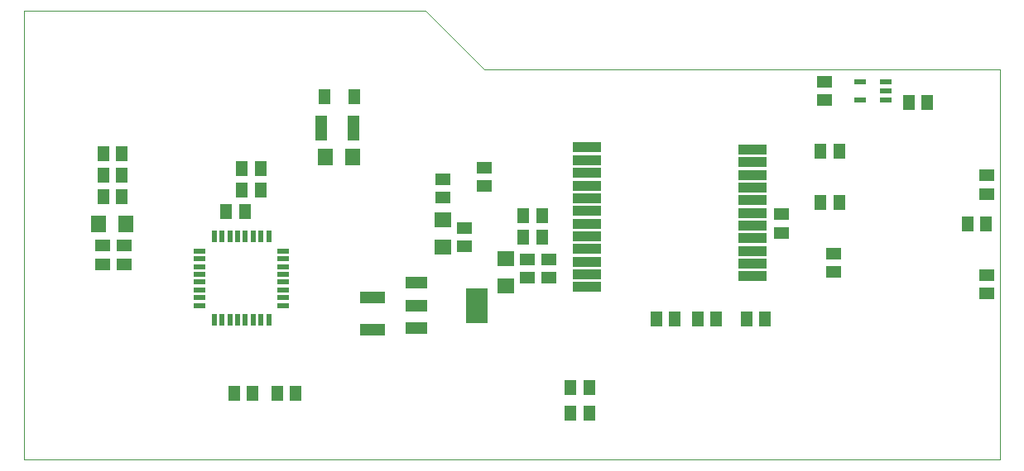
<source format=gtp>
G75*
%MOIN*%
%OFA0B0*%
%FSLAX25Y25*%
%IPPOS*%
%LPD*%
%AMOC8*
5,1,8,0,0,1.08239X$1,22.5*
%
%ADD10C,0.00000*%
%ADD11R,0.05118X0.05906*%
%ADD12R,0.11811X0.03937*%
%ADD13R,0.04724X0.06299*%
%ADD14R,0.08800X0.04800*%
%ADD15R,0.08661X0.14173*%
%ADD16R,0.05906X0.05118*%
%ADD17R,0.02200X0.05000*%
%ADD18R,0.05000X0.02200*%
%ADD19R,0.09843X0.04724*%
%ADD20R,0.04724X0.02165*%
%ADD21R,0.07087X0.06299*%
%ADD22R,0.06299X0.07087*%
%ADD23R,0.04724X0.09843*%
D10*
X0027244Y0007496D02*
X0027244Y0188598D01*
X0188661Y0188598D01*
X0212283Y0164976D01*
X0420157Y0164976D01*
X0420157Y0007496D01*
X0027244Y0007496D01*
D11*
X0111693Y0034268D03*
X0119173Y0034268D03*
X0129016Y0034268D03*
X0136496Y0034268D03*
X0247126Y0036630D03*
X0254606Y0036630D03*
X0254606Y0026394D03*
X0247126Y0026394D03*
X0281772Y0064189D03*
X0289252Y0064189D03*
X0298307Y0064189D03*
X0305787Y0064189D03*
X0317992Y0064189D03*
X0325472Y0064189D03*
X0406969Y0102772D03*
X0414449Y0102772D03*
X0355394Y0111433D03*
X0347913Y0111433D03*
X0347913Y0131906D03*
X0355394Y0131906D03*
X0383346Y0151591D03*
X0390827Y0151591D03*
X0235709Y0105921D03*
X0228228Y0105921D03*
X0228228Y0097260D03*
X0235709Y0097260D03*
X0122323Y0116157D03*
X0114843Y0116157D03*
X0116024Y0107496D03*
X0108543Y0107496D03*
X0114843Y0124819D03*
X0122323Y0124819D03*
X0066417Y0122457D03*
X0058937Y0122457D03*
X0058937Y0131118D03*
X0066417Y0131118D03*
X0066417Y0113795D03*
X0058937Y0113795D03*
D12*
X0253622Y0113008D03*
X0253622Y0118126D03*
X0253622Y0123244D03*
X0253622Y0128362D03*
X0253622Y0133480D03*
X0253622Y0107890D03*
X0253622Y0102772D03*
X0253622Y0097654D03*
X0253622Y0092535D03*
X0253622Y0087417D03*
X0253622Y0082299D03*
X0253622Y0077181D03*
X0320551Y0081512D03*
X0320551Y0086630D03*
X0320551Y0091748D03*
X0320551Y0096866D03*
X0320551Y0101984D03*
X0320551Y0107102D03*
X0320551Y0112220D03*
X0320551Y0117339D03*
X0320551Y0122457D03*
X0320551Y0127575D03*
X0320551Y0132693D03*
D13*
X0159921Y0153953D03*
X0148110Y0153953D03*
D14*
X0185123Y0078801D03*
X0185123Y0069701D03*
X0185123Y0060601D03*
D15*
X0209524Y0069701D03*
D16*
X0229606Y0080921D03*
X0238268Y0080921D03*
X0238268Y0088402D03*
X0229606Y0088402D03*
X0204409Y0093520D03*
X0204409Y0101000D03*
X0195748Y0113205D03*
X0212283Y0117929D03*
X0195748Y0120685D03*
X0212283Y0125409D03*
X0331969Y0106512D03*
X0331969Y0099031D03*
X0353228Y0090764D03*
X0353228Y0083283D03*
X0414646Y0082102D03*
X0414646Y0074622D03*
X0414646Y0114780D03*
X0414646Y0122260D03*
X0349291Y0152575D03*
X0349291Y0160055D03*
X0067402Y0093913D03*
X0058740Y0093913D03*
X0058740Y0086433D03*
X0067402Y0086433D03*
D17*
X0103622Y0097624D03*
X0106772Y0097624D03*
X0109921Y0097624D03*
X0113071Y0097624D03*
X0116220Y0097624D03*
X0119370Y0097624D03*
X0122520Y0097624D03*
X0125669Y0097624D03*
X0125669Y0063824D03*
X0122520Y0063824D03*
X0119370Y0063824D03*
X0116220Y0063824D03*
X0113071Y0063824D03*
X0109921Y0063824D03*
X0106772Y0063824D03*
X0103622Y0063824D03*
D18*
X0097746Y0069701D03*
X0097746Y0072850D03*
X0097746Y0076000D03*
X0097746Y0079150D03*
X0097746Y0082299D03*
X0097746Y0085449D03*
X0097746Y0088598D03*
X0097746Y0091748D03*
X0131546Y0091748D03*
X0131546Y0088598D03*
X0131546Y0085449D03*
X0131546Y0082299D03*
X0131546Y0079150D03*
X0131546Y0076000D03*
X0131546Y0072850D03*
X0131546Y0069701D03*
D19*
X0167402Y0073047D03*
X0167402Y0060055D03*
D20*
X0363858Y0152575D03*
X0374095Y0152575D03*
X0374095Y0156315D03*
X0374095Y0160055D03*
X0363858Y0160055D03*
D21*
X0220945Y0088598D03*
X0195748Y0093323D03*
X0195748Y0104346D03*
X0220945Y0077575D03*
D22*
X0159528Y0129543D03*
X0148504Y0129543D03*
X0068189Y0102772D03*
X0057165Y0102772D03*
D23*
X0146732Y0141354D03*
X0159724Y0141354D03*
M02*

</source>
